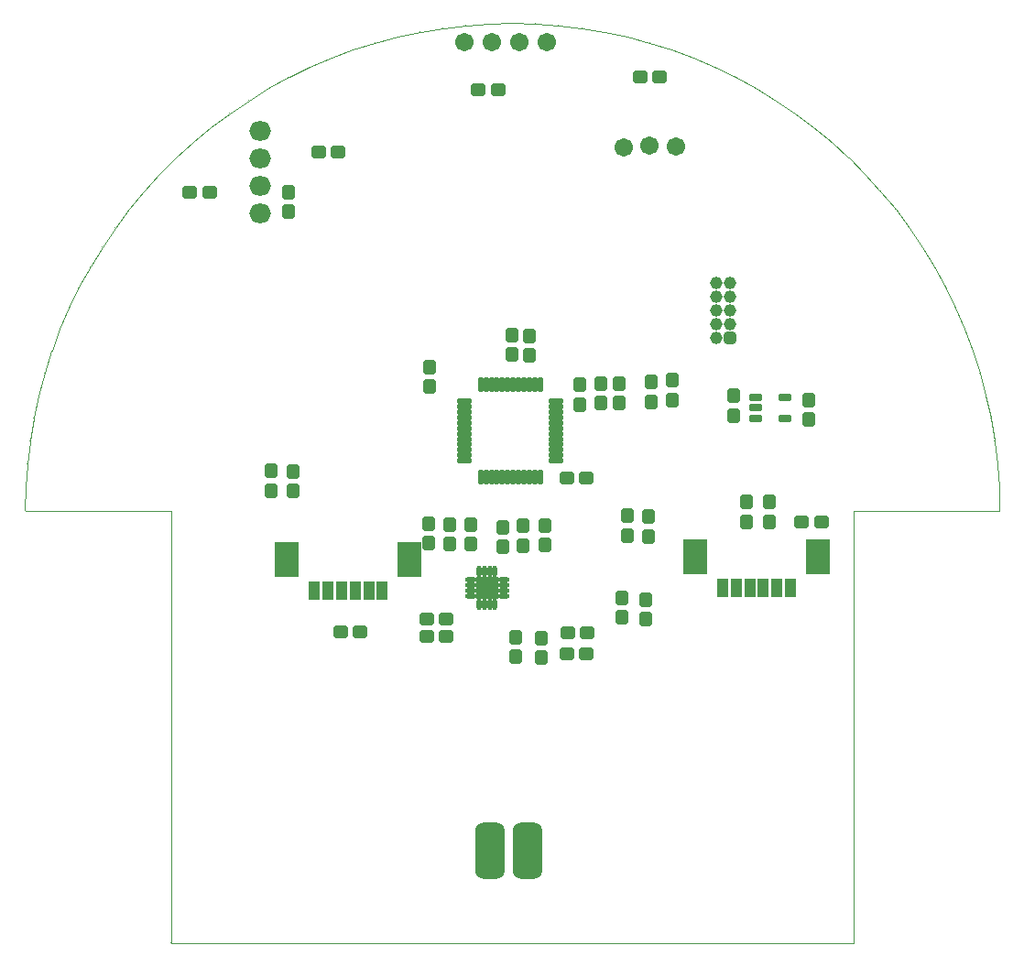
<source format=gts>
%FSLAX25Y25*%
%MOIN*%
G70*
G01*
G75*
G04 Layer_Color=8388736*
%ADD10R,0.03189X0.06299*%
%ADD11R,0.08268X0.11811*%
G04:AMPARAMS|DCode=12|XSize=98.43mil|YSize=196.85mil|CornerRadius=24.61mil|HoleSize=0mil|Usage=FLASHONLY|Rotation=180.000|XOffset=0mil|YOffset=0mil|HoleType=Round|Shape=RoundedRectangle|*
%AMROUNDEDRECTD12*
21,1,0.09843,0.14764,0,0,180.0*
21,1,0.04921,0.19685,0,0,180.0*
1,1,0.04921,-0.02461,0.07382*
1,1,0.04921,0.02461,0.07382*
1,1,0.04921,0.02461,-0.07382*
1,1,0.04921,-0.02461,-0.07382*
%
%ADD12ROUNDEDRECTD12*%
%ADD13C,0.05906*%
%ADD14R,0.07087X0.07087*%
%ADD15O,0.00984X0.03543*%
%ADD16O,0.03543X0.00984*%
G04:AMPARAMS|DCode=17|XSize=11.81mil|YSize=47.24mil|CornerRadius=2.95mil|HoleSize=0mil|Usage=FLASHONLY|Rotation=180.000|XOffset=0mil|YOffset=0mil|HoleType=Round|Shape=RoundedRectangle|*
%AMROUNDEDRECTD17*
21,1,0.01181,0.04134,0,0,180.0*
21,1,0.00591,0.04724,0,0,180.0*
1,1,0.00591,-0.00295,0.02067*
1,1,0.00591,0.00295,0.02067*
1,1,0.00591,0.00295,-0.02067*
1,1,0.00591,-0.00295,-0.02067*
%
%ADD17ROUNDEDRECTD17*%
G04:AMPARAMS|DCode=18|XSize=11.81mil|YSize=47.24mil|CornerRadius=2.95mil|HoleSize=0mil|Usage=FLASHONLY|Rotation=90.000|XOffset=0mil|YOffset=0mil|HoleType=Round|Shape=RoundedRectangle|*
%AMROUNDEDRECTD18*
21,1,0.01181,0.04134,0,0,90.0*
21,1,0.00591,0.04724,0,0,90.0*
1,1,0.00591,0.02067,0.00295*
1,1,0.00591,0.02067,-0.00295*
1,1,0.00591,-0.02067,-0.00295*
1,1,0.00591,-0.02067,0.00295*
%
%ADD18ROUNDEDRECTD18*%
G04:AMPARAMS|DCode=19|XSize=41.34mil|YSize=47.24mil|CornerRadius=10.34mil|HoleSize=0mil|Usage=FLASHONLY|Rotation=180.000|XOffset=0mil|YOffset=0mil|HoleType=Round|Shape=RoundedRectangle|*
%AMROUNDEDRECTD19*
21,1,0.04134,0.02658,0,0,180.0*
21,1,0.02067,0.04724,0,0,180.0*
1,1,0.02067,-0.01034,0.01329*
1,1,0.02067,0.01034,0.01329*
1,1,0.02067,0.01034,-0.01329*
1,1,0.02067,-0.01034,-0.01329*
%
%ADD19ROUNDEDRECTD19*%
G04:AMPARAMS|DCode=20|XSize=41.34mil|YSize=47.24mil|CornerRadius=10.34mil|HoleSize=0mil|Usage=FLASHONLY|Rotation=270.000|XOffset=0mil|YOffset=0mil|HoleType=Round|Shape=RoundedRectangle|*
%AMROUNDEDRECTD20*
21,1,0.04134,0.02658,0,0,270.0*
21,1,0.02067,0.04724,0,0,270.0*
1,1,0.02067,-0.01329,-0.01034*
1,1,0.02067,-0.01329,0.01034*
1,1,0.02067,0.01329,0.01034*
1,1,0.02067,0.01329,-0.01034*
%
%ADD20ROUNDEDRECTD20*%
G04:AMPARAMS|DCode=21|XSize=21.65mil|YSize=39.37mil|CornerRadius=5.41mil|HoleSize=0mil|Usage=FLASHONLY|Rotation=270.000|XOffset=0mil|YOffset=0mil|HoleType=Round|Shape=RoundedRectangle|*
%AMROUNDEDRECTD21*
21,1,0.02165,0.02854,0,0,270.0*
21,1,0.01083,0.03937,0,0,270.0*
1,1,0.01083,-0.01427,-0.00541*
1,1,0.01083,-0.01427,0.00541*
1,1,0.01083,0.01427,0.00541*
1,1,0.01083,0.01427,-0.00541*
%
%ADD21ROUNDEDRECTD21*%
%ADD22C,0.01575*%
%ADD23C,0.00787*%
%ADD24C,0.00394*%
%ADD25C,0.00394*%
%ADD26O,0.07087X0.06299*%
G04:AMPARAMS|DCode=27|XSize=37.4mil|YSize=37.4mil|CornerRadius=9.35mil|HoleSize=0mil|Usage=FLASHONLY|Rotation=90.000|XOffset=0mil|YOffset=0mil|HoleType=Round|Shape=RoundedRectangle|*
%AMROUNDEDRECTD27*
21,1,0.03740,0.01870,0,0,90.0*
21,1,0.01870,0.03740,0,0,90.0*
1,1,0.01870,0.00935,0.00935*
1,1,0.01870,0.00935,-0.00935*
1,1,0.01870,-0.00935,-0.00935*
1,1,0.01870,-0.00935,0.00935*
%
%ADD27ROUNDEDRECTD27*%
%ADD28C,0.03740*%
%ADD29C,0.01969*%
%ADD30C,0.03937*%
%ADD31C,0.00984*%
%ADD32C,0.01000*%
%ADD33R,0.03989X0.07099*%
%ADD34R,0.09068X0.12611*%
G04:AMPARAMS|DCode=35|XSize=106.42mil|YSize=204.85mil|CornerRadius=28.61mil|HoleSize=0mil|Usage=FLASHONLY|Rotation=180.000|XOffset=0mil|YOffset=0mil|HoleType=Round|Shape=RoundedRectangle|*
%AMROUNDEDRECTD35*
21,1,0.10642,0.14764,0,0,180.0*
21,1,0.04921,0.20485,0,0,180.0*
1,1,0.05721,-0.02461,0.07382*
1,1,0.05721,0.02461,0.07382*
1,1,0.05721,0.02461,-0.07382*
1,1,0.05721,-0.02461,-0.07382*
%
%ADD35ROUNDEDRECTD35*%
%ADD36C,0.06706*%
%ADD37R,0.07887X0.07887*%
%ADD38O,0.01784X0.04343*%
%ADD39O,0.04343X0.01784*%
G04:AMPARAMS|DCode=40|XSize=19.81mil|YSize=55.24mil|CornerRadius=6.95mil|HoleSize=0mil|Usage=FLASHONLY|Rotation=180.000|XOffset=0mil|YOffset=0mil|HoleType=Round|Shape=RoundedRectangle|*
%AMROUNDEDRECTD40*
21,1,0.01981,0.04134,0,0,180.0*
21,1,0.00591,0.05524,0,0,180.0*
1,1,0.01391,-0.00295,0.02067*
1,1,0.01391,0.00295,0.02067*
1,1,0.01391,0.00295,-0.02067*
1,1,0.01391,-0.00295,-0.02067*
%
%ADD40ROUNDEDRECTD40*%
G04:AMPARAMS|DCode=41|XSize=19.81mil|YSize=55.24mil|CornerRadius=6.95mil|HoleSize=0mil|Usage=FLASHONLY|Rotation=90.000|XOffset=0mil|YOffset=0mil|HoleType=Round|Shape=RoundedRectangle|*
%AMROUNDEDRECTD41*
21,1,0.01981,0.04134,0,0,90.0*
21,1,0.00591,0.05524,0,0,90.0*
1,1,0.01391,0.02067,0.00295*
1,1,0.01391,0.02067,-0.00295*
1,1,0.01391,-0.02067,-0.00295*
1,1,0.01391,-0.02067,0.00295*
%
%ADD41ROUNDEDRECTD41*%
G04:AMPARAMS|DCode=42|XSize=49.34mil|YSize=55.24mil|CornerRadius=14.34mil|HoleSize=0mil|Usage=FLASHONLY|Rotation=180.000|XOffset=0mil|YOffset=0mil|HoleType=Round|Shape=RoundedRectangle|*
%AMROUNDEDRECTD42*
21,1,0.04934,0.02658,0,0,180.0*
21,1,0.02067,0.05524,0,0,180.0*
1,1,0.02867,-0.01034,0.01329*
1,1,0.02867,0.01034,0.01329*
1,1,0.02867,0.01034,-0.01329*
1,1,0.02867,-0.01034,-0.01329*
%
%ADD42ROUNDEDRECTD42*%
G04:AMPARAMS|DCode=43|XSize=49.34mil|YSize=55.24mil|CornerRadius=14.34mil|HoleSize=0mil|Usage=FLASHONLY|Rotation=270.000|XOffset=0mil|YOffset=0mil|HoleType=Round|Shape=RoundedRectangle|*
%AMROUNDEDRECTD43*
21,1,0.04934,0.02658,0,0,270.0*
21,1,0.02067,0.05524,0,0,270.0*
1,1,0.02867,-0.01329,-0.01034*
1,1,0.02867,-0.01329,0.01034*
1,1,0.02867,0.01329,0.01034*
1,1,0.02867,0.01329,-0.01034*
%
%ADD43ROUNDEDRECTD43*%
G04:AMPARAMS|DCode=44|XSize=29.65mil|YSize=47.37mil|CornerRadius=9.41mil|HoleSize=0mil|Usage=FLASHONLY|Rotation=270.000|XOffset=0mil|YOffset=0mil|HoleType=Round|Shape=RoundedRectangle|*
%AMROUNDEDRECTD44*
21,1,0.02965,0.02854,0,0,270.0*
21,1,0.01083,0.04737,0,0,270.0*
1,1,0.01883,-0.01427,-0.00541*
1,1,0.01883,-0.01427,0.00541*
1,1,0.01883,0.01427,0.00541*
1,1,0.01883,0.01427,-0.00541*
%
%ADD44ROUNDEDRECTD44*%
%ADD45O,0.07887X0.07099*%
G04:AMPARAMS|DCode=46|XSize=45.4mil|YSize=45.4mil|CornerRadius=13.35mil|HoleSize=0mil|Usage=FLASHONLY|Rotation=90.000|XOffset=0mil|YOffset=0mil|HoleType=Round|Shape=RoundedRectangle|*
%AMROUNDEDRECTD46*
21,1,0.04540,0.01870,0,0,90.0*
21,1,0.01870,0.04540,0,0,90.0*
1,1,0.02670,0.00935,0.00935*
1,1,0.02670,0.00935,-0.00935*
1,1,0.02670,-0.00935,-0.00935*
1,1,0.02670,-0.00935,0.00935*
%
%ADD46ROUNDEDRECTD46*%
%ADD47C,0.04540*%
%ADD48C,0.02769*%
D24*
X95893Y306684D02*
G03*
X95885Y306690I-110J-163D01*
G01*
X95894Y306684D02*
G03*
X95885Y306690I-111J-162D01*
G01*
X88685Y311078D02*
G03*
X88677Y311083I-103J-168D01*
G01*
X102884Y301953D02*
G03*
X102876Y301958I-118J-158D01*
G01*
X102884Y301953D02*
G03*
X102875Y301959I-118J-158D01*
G01*
X81269Y315128D02*
G03*
X81267Y315129I-87J-177D01*
G01*
X81276Y315124D02*
G03*
X81269Y315128I-94J-173D01*
G01*
X81276Y315124D02*
G03*
X81268Y315128I-94J-173D01*
G01*
X73682Y318813D02*
G03*
X73675Y318817I-85J-178D01*
G01*
X73684Y318812D02*
G03*
X73682Y318813I-87J-177D01*
G01*
X73683Y318813D02*
G03*
X73675Y318817I-86J-177D01*
G01*
X88685Y311078D02*
G03*
X88677Y311083I-103J-168D01*
G01*
X122397Y285840D02*
G03*
X122390Y285847I-139J-139D01*
G01*
X128366Y279872D02*
G03*
X128360Y279878I-145J-133D01*
G01*
X128367Y279870D02*
G03*
X128366Y279872I-146J-132D01*
G01*
X122391Y285846D02*
G03*
X122390Y285847I-133J-145D01*
G01*
X122397Y285840D02*
G03*
X122391Y285846I-139J-139D01*
G01*
X134045Y273624D02*
G03*
X134038Y273631I-152J-125D01*
G01*
X128366Y279871D02*
G03*
X128360Y279878I-146J-132D01*
G01*
X109642Y296894D02*
G03*
X109634Y296899I-125J-152D01*
G01*
X109642Y296894D02*
G03*
X109634Y296899I-125J-152D01*
G01*
X116150Y291519D02*
G03*
X116144Y291525I-132J-146D01*
G01*
X116152Y291518D02*
G03*
X116150Y291519I-133J-145D01*
G01*
X116151Y291519D02*
G03*
X116144Y291525I-132J-146D01*
G01*
X25247Y333036D02*
G03*
X25236Y333038I-34J-194D01*
G01*
X25246Y333037D02*
G03*
X25236Y333038I-33J-194D01*
G01*
X16864Y334039D02*
G03*
X16855Y334040I-23J-196D01*
G01*
X33570Y331637D02*
G03*
X33561Y331638I-42J-192D01*
G01*
X33571Y331637D02*
G03*
X33570Y331637I-42J-192D01*
G01*
X33571Y331637D02*
G03*
X33560Y331639I-42J-192D01*
G01*
X8444Y334641D02*
G03*
X8433Y334642I-14J-196D01*
G01*
X8444Y334641D02*
G03*
X8434Y334642I-14J-196D01*
G01*
X6Y334842D02*
G03*
X-5Y334843I-6J-197D01*
G01*
X16864Y334039D02*
G03*
X16855Y334040I-23J-196D01*
G01*
X58013Y325086D02*
G03*
X58005Y325089I-68J-185D01*
G01*
X58015Y325086D02*
G03*
X58013Y325086I-69J-184D01*
G01*
X65923Y322136D02*
G03*
X65914Y322140I-78J-181D01*
G01*
X58014Y325086D02*
G03*
X58005Y325089I-69J-184D01*
G01*
X65915Y322139D02*
G03*
X65914Y322140I-69J-184D01*
G01*
X65923Y322136D02*
G03*
X65915Y322139I-78J-181D01*
G01*
X41819Y329842D02*
G03*
X41810Y329844I-51J-190D01*
G01*
X41820Y329842D02*
G03*
X41819Y329842I-51J-190D01*
G01*
X41819Y329842D02*
G03*
X41810Y329844I-51J-190D01*
G01*
X49973Y327657D02*
G03*
X49964Y327660I-60J-188D01*
G01*
X49964Y327659D02*
G03*
X49964Y327660I-51J-190D01*
G01*
X49973Y327657D02*
G03*
X49964Y327659I-60J-188D01*
G01*
X172364Y199291D02*
G03*
X172362Y199300I-192J-42D01*
G01*
X172364Y199290D02*
G03*
X172364Y199291I-192J-42D01*
G01*
X170179Y207445D02*
G03*
X170176Y207454I-190J-51D01*
G01*
X170179Y207444D02*
G03*
X170179Y207445I-190J-51D01*
G01*
X172362Y199299D02*
G03*
X172362Y199300I-190J-51D01*
G01*
X172364Y199291D02*
G03*
X172362Y199299I-192J-42D01*
G01*
X174158Y191041D02*
G03*
X174156Y191051I-194J-32D01*
G01*
X174158Y191042D02*
G03*
X174156Y191051I-194J-33D01*
G01*
X167609Y215485D02*
G03*
X167606Y215494I-188J-60D01*
G01*
X167606Y215494D02*
G03*
X167606Y215495I-185J-68D01*
G01*
X167609Y215485D02*
G03*
X167606Y215494I-188J-60D01*
G01*
X164659Y223395D02*
G03*
X164656Y223404I-184J-69D01*
G01*
X164659Y223394D02*
G03*
X164659Y223395I-185J-68D01*
G01*
X170179Y207445D02*
G03*
X170176Y207454I-190J-51D01*
G01*
X177162Y165914D02*
G03*
X177161Y165924I-197J-3D01*
G01*
X177162Y165910D02*
G03*
X177162Y165914I-197J0D01*
G01*
X176560Y174335D02*
G03*
X176559Y174344I-196J-14D01*
G01*
X177162Y165915D02*
G03*
X177161Y165924I-197J-5D01*
G01*
X177362Y157480D02*
G03*
X177362Y157485I-197J0D01*
G01*
X177362Y157480D02*
G03*
X177362Y157486I-197J0D01*
G01*
X177165Y157283D02*
G03*
X177362Y157480I0J197D01*
G01*
X177165Y157283D02*
G03*
X177362Y157480I0J197D01*
G01*
X175558Y182717D02*
G03*
X175556Y182726I-196J-23D01*
G01*
X176560Y174335D02*
G03*
X176559Y174344I-196J-14D01*
G01*
X175558Y182717D02*
G03*
X175556Y182727I-196J-23D01*
G01*
X149209Y253366D02*
G03*
X149203Y253375I-168J-103D01*
G01*
X149209Y253366D02*
G03*
X149204Y253374I-168J-103D01*
G01*
X144478Y260356D02*
G03*
X144472Y260364I-164J-109D01*
G01*
X153603Y246157D02*
G03*
X153598Y246165I-173J-94D01*
G01*
X153603Y246157D02*
G03*
X153598Y246165I-173J-94D01*
G01*
X139419Y267115D02*
G03*
X139413Y267122I-158J-118D01*
G01*
X139419Y267115D02*
G03*
X139413Y267122I-158J-118D01*
G01*
X134039Y273631D02*
G03*
X134038Y273632I-146J-132D01*
G01*
X134045Y273624D02*
G03*
X134039Y273631I-152J-125D01*
G01*
X144478Y260357D02*
G03*
X144472Y260364I-163J-110D01*
G01*
X161333Y231163D02*
G03*
X161332Y231164I-178J-85D01*
G01*
X161336Y231155D02*
G03*
X161333Y231163I-181J-78D01*
G01*
X161336Y231155D02*
G03*
X161332Y231164I-181J-78D01*
G01*
X157648Y238749D02*
G03*
X157644Y238757I-177J-87D01*
G01*
X157648Y238747D02*
G03*
X157648Y238749I-178J-85D01*
G01*
X164659Y223395D02*
G03*
X164656Y223404I-184J-69D01*
G01*
X157648Y238748D02*
G03*
X157644Y238757I-177J-86D01*
G01*
X124016Y-197D02*
G03*
X124213Y0I0J197D01*
G01*
X124016Y-197D02*
G03*
X124213Y0I0J197D01*
G01*
X5Y334843D02*
G03*
X-6Y334842I-5J-197D01*
G01*
X-8433Y334642D02*
G03*
X-8444Y334641I3J-197D01*
G01*
X-8435Y334642D02*
G03*
X-8444Y334641I5J-197D01*
G01*
X-16855Y334040D02*
G03*
X-16864Y334039I14J-196D01*
G01*
X-16855Y334040D02*
G03*
X-16864Y334039I14J-196D01*
G01*
X-25237Y333038D02*
G03*
X-25246Y333037I23J-196D01*
G01*
X-25237Y333038D02*
G03*
X-25247Y333036I23J-196D01*
G01*
X-33560Y331639D02*
G03*
X-33571Y331637I32J-194D01*
G01*
X-33562Y331638D02*
G03*
X-33571Y331637I33J-194D01*
G01*
X-41810Y329844D02*
G03*
X-41819Y329842I42J-192D01*
G01*
X-41819Y329842D02*
G03*
X-41820Y329842I51J-190D01*
G01*
X-41810Y329844D02*
G03*
X-41819Y329842I42J-192D01*
G01*
X-49965Y327659D02*
G03*
X-49973Y327657I51J-190D01*
G01*
X-49964Y327660D02*
G03*
X-49965Y327659I51J-190D01*
G01*
X-49964Y327660D02*
G03*
X-49973Y327657I51J-190D01*
G01*
X-58005Y325089D02*
G03*
X-58014Y325086I60J-188D01*
G01*
X-58013Y325086D02*
G03*
X-58015Y325086I68J-185D01*
G01*
X-58005Y325089D02*
G03*
X-58013Y325086I60J-188D01*
G01*
X-65915Y322139D02*
G03*
X-65923Y322136I69J-184D01*
G01*
X-65914Y322140D02*
G03*
X-65915Y322139I68J-185D01*
G01*
X-65915Y322139D02*
G03*
X-65923Y322136I69J-184D01*
G01*
X-73675Y318817D02*
G03*
X-73683Y318813I78J-181D01*
G01*
X-73682Y318813D02*
G03*
X-73684Y318812I85J-178D01*
G01*
X-73675Y318817D02*
G03*
X-73682Y318813I78J-181D01*
G01*
X-81269Y315128D02*
G03*
X-81276Y315124I87J-177D01*
G01*
X-81267Y315129D02*
G03*
X-81269Y315128I85J-178D01*
G01*
X-81268Y315128D02*
G03*
X-81276Y315124I86J-177D01*
G01*
X-88677Y311083D02*
G03*
X-88685Y311078I94J-173D01*
G01*
X-88677Y311083D02*
G03*
X-88685Y311078I94J-173D01*
G01*
X-95885Y306689D02*
G03*
X-95893Y306684I103J-168D01*
G01*
X-95885Y306689D02*
G03*
X-95894Y306684I103J-168D01*
G01*
X-102875Y301959D02*
G03*
X-102884Y301953I109J-164D01*
G01*
X-102876Y301958D02*
G03*
X-102884Y301953I110J-163D01*
G01*
X-109634Y296899D02*
G03*
X-109642Y296894I118J-158D01*
G01*
X-109634Y296899D02*
G03*
X-109642Y296894I118J-158D01*
G01*
X-116144Y291525D02*
G03*
X-116151Y291519I125J-152D01*
G01*
X-116150Y291519D02*
G03*
X-116152Y291518I132J-146D01*
G01*
X-116144Y291525D02*
G03*
X-116150Y291519I125J-152D01*
G01*
X-122391Y285846D02*
G03*
X-122397Y285840I133J-145D01*
G01*
X-122390Y285847D02*
G03*
X-122391Y285846I132J-146D01*
G01*
X-122391Y285847D02*
G03*
X-122397Y285840I132J-146D01*
G01*
X-128360Y279878D02*
G03*
X-128366Y279871I139J-139D01*
G01*
X-128366Y279872D02*
G03*
X-128367Y279870I145J-133D01*
G01*
X-128360Y279878D02*
G03*
X-128366Y279872I139J-139D01*
G01*
X-134039Y273631D02*
G03*
X-134045Y273624I146J-132D01*
G01*
X-134038Y273632D02*
G03*
X-134039Y273631I145J-133D01*
G01*
X-134038Y273631D02*
G03*
X-134045Y273624I146J-132D01*
G01*
X-139413Y267122D02*
G03*
X-139419Y267115I152J-125D01*
G01*
X-139413Y267122D02*
G03*
X-139419Y267115I152J-125D01*
G01*
X-144472Y260364D02*
G03*
X-144478Y260357I158J-118D01*
G01*
X-144472Y260364D02*
G03*
X-144478Y260356I158J-118D01*
G01*
X-149203Y253375D02*
G03*
X-149209Y253366I162J-111D01*
G01*
X-149204Y253374D02*
G03*
X-149209Y253366I163J-110D01*
G01*
X-153598Y246165D02*
G03*
X-153603Y246157I168J-103D01*
G01*
X-153598Y246165D02*
G03*
X-153603Y246157I168J-103D01*
G01*
X-124213Y-0D02*
G03*
X-124016Y-197I197J0D01*
G01*
X-124213Y-0D02*
G03*
X-124016Y-197I197J0D01*
G01*
X-157644Y238756D02*
G03*
X-157648Y238748I173J-94D01*
G01*
X-157648Y238749D02*
G03*
X-157649Y238747I177J-87D01*
G01*
X-157644Y238756D02*
G03*
X-157648Y238749I173J-94D01*
G01*
X-161333Y231163D02*
G03*
X-161336Y231155I178J-85D01*
G01*
X-161332Y231164D02*
G03*
X-161333Y231163I177J-87D01*
G01*
X-161332Y231164D02*
G03*
X-161336Y231155I177J-86D01*
G01*
X-164656Y223404D02*
G03*
X-164659Y223395I181J-78D01*
G01*
X-164659Y223395D02*
G03*
X-164659Y223394I184J-69D01*
G01*
X-164656Y223404D02*
G03*
X-164659Y223395I181J-78D01*
G01*
X-167606Y215494D02*
G03*
X-167609Y215485I185J-68D01*
G01*
X-167606Y215495D02*
G03*
X-167606Y215494I184J-69D01*
G01*
X-167606Y215494D02*
G03*
X-167609Y215485I184J-69D01*
G01*
X-170177Y207453D02*
G03*
X-170179Y207445I188J-60D01*
G01*
X-170179Y207445D02*
G03*
X-170179Y207444I190J-51D01*
G01*
X-170177Y207453D02*
G03*
X-170179Y207445I188J-60D01*
G01*
X-172362Y199299D02*
G03*
X-172364Y199291I190J-51D01*
G01*
X-172362Y199300D02*
G03*
X-172362Y199299I190J-51D01*
G01*
X-172364Y199291D02*
G03*
X-172364Y199290I192J-42D01*
G01*
X-172362Y199300D02*
G03*
X-172364Y199291I190J-51D01*
G01*
X-174156Y191051D02*
G03*
X-174158Y191042I192J-42D01*
G01*
X-174156Y191051D02*
G03*
X-174158Y191041I192J-42D01*
G01*
X-175556Y182727D02*
G03*
X-175558Y182717I194J-34D01*
G01*
X-175556Y182726D02*
G03*
X-175558Y182717I194J-33D01*
G01*
X-176559Y174344D02*
G03*
X-176560Y174335I196J-23D01*
G01*
X-176559Y174344D02*
G03*
X-176560Y174335I196J-23D01*
G01*
X-177161Y165924D02*
G03*
X-177162Y165915I196J-14D01*
G01*
X-177161Y165924D02*
G03*
X-177162Y165914I196J-14D01*
G01*
X-177362Y157485D02*
G03*
X-177165Y157283I197J-5D01*
G01*
X-177362Y157486D02*
G03*
X-177165Y157283I197J-6D01*
G01*
X88685Y311078D02*
X95885Y306690D01*
X102884Y301953D02*
X109634Y296899D01*
X102875Y301959D02*
X102876Y301958D01*
X95894Y306684D02*
X102875Y301959D01*
X95893Y306684D02*
X95894Y306684D01*
X81268Y315128D02*
X81269Y315128D01*
X81267Y315129D02*
X81268Y315128D01*
X73684Y318812D02*
X81267Y315129D01*
X73683Y318813D02*
X73684Y318812D01*
X73682Y318813D02*
X73683Y318813D01*
X81276Y315124D02*
X88677Y311083D01*
X122397Y285840D02*
X128360Y279878D01*
X122390Y285847D02*
X122391Y285846D01*
X122390Y285847D02*
X122390Y285847D01*
X116152Y291518D02*
X122390Y285847D01*
X116151Y291519D02*
X116152Y291518D01*
X116150Y291519D02*
X116151Y291519D01*
X128366Y279872D02*
X128366Y279871D01*
X128367Y279870D01*
X134038Y273632D01*
X134038Y273631D01*
X134039Y273631D01*
X109642Y296894D02*
X116144Y291525D01*
X16864Y334039D02*
X25236Y333038D01*
X41810Y329844D02*
X41810Y329844D01*
X41810Y329844D02*
X41810Y329844D01*
X33571Y331637D02*
X41810Y329844D01*
X33571Y331637D02*
X33571Y331637D01*
X33570Y331637D02*
X33571Y331637D01*
X33560Y331639D02*
X33561Y331638D01*
X25247Y333036D02*
X33560Y331639D01*
X25246Y333037D02*
X25247Y333036D01*
X8433Y334642D02*
X8434Y334642D01*
X6Y334842D02*
X8433Y334642D01*
X5Y334843D02*
X6Y334842D01*
X8444Y334641D02*
X16855Y334040D01*
X65914Y322140D02*
X65915Y322139D01*
X65914Y322140D02*
X65914Y322140D01*
X58015Y325086D02*
X65914Y322140D01*
X58014Y325086D02*
X58015Y325086D01*
X58013Y325086D02*
X58014Y325086D01*
X49973Y327657D02*
X58005Y325089D01*
X65923Y322136D02*
X73675Y318817D01*
X49964Y327660D02*
X49964Y327659D01*
X49964Y327660D02*
X49964Y327660D01*
X41820Y329842D02*
X49964Y327660D01*
X41819Y329842D02*
X41820Y329842D01*
X41819Y329842D02*
X41819Y329842D01*
X172364Y199291D02*
X172364Y199291D01*
X172364Y199290D01*
X174156Y191051D01*
X174156Y191051D01*
X174156Y191051D01*
X170179Y207445D02*
X170179Y207445D01*
X170179Y207444D01*
X172362Y199300D01*
X172362Y199300D01*
X172362Y199299D01*
X174158Y191042D02*
X174158Y191041D01*
X175556Y182727D01*
X175556Y182726D01*
X164659Y223395D02*
X164659Y223395D01*
X164659Y223394D01*
X167606Y215495D01*
X167606Y215494D01*
X167606Y215494D01*
X167609Y215485D02*
X170176Y207454D01*
X177162Y165915D02*
X177162Y165914D01*
X177362Y157486D01*
X177362Y157485D01*
X176560Y174335D02*
X177161Y165924D01*
X175558Y182717D02*
X176559Y174344D01*
X124213Y157283D02*
X177165Y157283D01*
X144478Y260357D02*
X144478Y260356D01*
X149203Y253375D01*
X149204Y253374D01*
X149209Y253366D02*
X153598Y246165D01*
X134045Y273624D02*
X139413Y267122D01*
X139419Y267115D02*
X144472Y260364D01*
X157648Y238749D02*
X157648Y238748D01*
X157648Y238747D01*
X161332Y231164D01*
X161332Y231164D01*
X161333Y231163D01*
X161336Y231155D02*
X164656Y223404D01*
X153603Y246157D02*
X157644Y238757D01*
X124213Y0D02*
Y157283D01*
X-6Y334842D02*
X-5Y334843D01*
X-8433Y334642D02*
X-6Y334842D01*
X-8435Y334642D02*
X-8433Y334642D01*
X-16855Y334040D02*
X-8444Y334641D01*
X-25237Y333038D02*
X-16864Y334039D01*
X-25247Y333036D02*
X-25246Y333037D01*
X-33560Y331639D02*
X-25247Y333036D01*
X-33562Y331638D02*
X-33560Y331639D01*
X-41810Y329844D02*
X-33571Y331637D01*
X-41819Y329842D02*
X-41819Y329842D01*
X-41820Y329842D02*
X-41819Y329842D01*
X-49964Y327660D02*
X-41820Y329842D01*
X-49964Y327660D02*
X-49964Y327660D01*
X-49965Y327659D02*
X-49964Y327660D01*
X-58005Y325089D02*
X-49973Y327657D01*
X-58014Y325086D02*
X-58013Y325086D01*
X-58015Y325086D02*
X-58014Y325086D01*
X-65914Y322140D02*
X-58015Y325086D01*
X-65915Y322139D02*
X-65914Y322140D01*
X-65915Y322139D02*
X-65915Y322139D01*
X-73675Y318817D02*
X-65923Y322136D01*
X-73683Y318813D02*
X-73682Y318813D01*
X-73684Y318812D02*
X-73683Y318813D01*
X-81267Y315129D02*
X-73684Y318812D01*
X-81268Y315128D02*
X-81267Y315129D01*
X-81269Y315128D02*
X-81268Y315128D01*
X-88677Y311083D02*
X-81276Y315124D01*
X-95885Y306689D02*
X-88685Y311078D01*
X-95894Y306684D02*
X-95893Y306684D01*
X-102875Y301959D02*
X-95894Y306684D01*
X-102876Y301958D02*
X-102875Y301959D01*
X-109634Y296899D02*
X-102884Y301953D01*
X-116144Y291525D02*
X-109642Y296894D01*
X-116151Y291519D02*
X-116150Y291519D01*
X-116152Y291518D02*
X-116151Y291519D01*
X-122390Y285847D02*
X-116152Y291518D01*
X-122391Y285847D02*
X-122390Y285847D01*
X-122391Y285846D02*
X-122391Y285847D01*
X-128360Y279878D02*
X-122397Y285840D01*
X-128366Y279871D02*
X-128366Y279872D01*
X-128367Y279870D02*
X-128366Y279871D01*
X-134038Y273632D02*
X-128367Y279870D01*
X-134038Y273631D02*
X-134038Y273632D01*
X-134039Y273631D02*
X-134038Y273631D01*
X-139413Y267122D02*
X-134045Y273624D01*
X-144472Y260364D02*
X-139419Y267115D01*
X-144478Y260356D02*
X-144478Y260357D01*
X-149203Y253375D02*
X-144478Y260356D01*
X-149204Y253374D02*
X-149203Y253375D01*
X-153598Y246165D02*
X-149209Y253366D01*
X-124016Y-197D02*
X124016Y-197D01*
X-124213Y-0D02*
Y157283D01*
X-157644Y238756D02*
X-153603Y246157D01*
X-157648Y238748D02*
X-157648Y238749D01*
X-157649Y238747D02*
X-157648Y238748D01*
X-161332Y231164D02*
X-157649Y238747D01*
X-161332Y231164D02*
X-161332Y231164D01*
X-161333Y231163D02*
X-161332Y231164D01*
X-177165Y157283D02*
X-124213Y157283D01*
X-164656Y223404D02*
X-161336Y231155D01*
X-164659Y223395D02*
X-164659Y223395D01*
X-164659Y223394D02*
X-164659Y223395D01*
X-167606Y215495D02*
X-164659Y223394D01*
X-167606Y215494D02*
X-167606Y215495D01*
X-167606Y215494D02*
X-167606Y215494D01*
X-170177Y207453D02*
X-167609Y215485D01*
X-170179Y207445D02*
X-170179Y207445D01*
X-170179Y207444D02*
X-170179Y207445D01*
X-172362Y199300D02*
X-170179Y207444D01*
X-172362Y199300D02*
X-172362Y199300D01*
X-172362Y199299D02*
X-172362Y199300D01*
X-172364Y199291D02*
X-172364Y199291D01*
X-172364Y199290D02*
X-172364Y199291D01*
X-174156Y191051D02*
X-172364Y199290D01*
X-174156Y191051D02*
X-174156Y191051D01*
X-174156Y191051D02*
X-174156Y191051D01*
X-174158Y191041D02*
X-174158Y191042D01*
X-175556Y182727D02*
X-174158Y191041D01*
X-175556Y182726D02*
X-175556Y182727D01*
X-176559Y174344D02*
X-175558Y182717D01*
X-177161Y165924D02*
X-176560Y174335D01*
X-177162Y165914D02*
X-177162Y165915D01*
X-177362Y157486D02*
X-177162Y165914D01*
X-177362Y157485D02*
X-177362Y157486D01*
D25*
X41810Y329844D02*
D03*
X174156Y191051D02*
D03*
X-174156Y191051D02*
D03*
D33*
X76575Y129252D02*
D03*
X81496D02*
D03*
X91339D02*
D03*
X101181D02*
D03*
X96260D02*
D03*
X86417D02*
D03*
X-71949Y128169D02*
D03*
X-67028D02*
D03*
X-57185D02*
D03*
X-47343D02*
D03*
X-52264D02*
D03*
X-62106D02*
D03*
D34*
X111221Y140669D02*
D03*
X66535D02*
D03*
X-37303Y139587D02*
D03*
X-81988D02*
D03*
D35*
X-8071Y33661D02*
D03*
X5709D02*
D03*
D36*
X59449Y289862D02*
D03*
X40551Y289469D02*
D03*
X49902Y290158D02*
D03*
X-6181Y33661D02*
D03*
X3819D02*
D03*
X-17461Y327854D02*
D03*
X-7461D02*
D03*
X2539D02*
D03*
X12539D02*
D03*
D37*
X-9252Y129232D02*
D03*
D38*
X-12205Y135236D02*
D03*
X-10236D02*
D03*
X-8268D02*
D03*
X-6299D02*
D03*
Y123228D02*
D03*
X-8268D02*
D03*
X-10236D02*
D03*
X-12205D02*
D03*
D39*
X-3248Y132185D02*
D03*
Y130217D02*
D03*
Y128248D02*
D03*
Y126279D02*
D03*
X-15256D02*
D03*
Y128248D02*
D03*
Y130217D02*
D03*
Y132185D02*
D03*
D40*
X-11516Y203051D02*
D03*
X-9547D02*
D03*
X-7579D02*
D03*
X-5610D02*
D03*
X-3642D02*
D03*
X295D02*
D03*
X2264D02*
D03*
X4232D02*
D03*
X6201D02*
D03*
X8169D02*
D03*
X10138D02*
D03*
Y169587D02*
D03*
X8169D02*
D03*
X6201D02*
D03*
X4232D02*
D03*
X2264D02*
D03*
X295D02*
D03*
X-1673D02*
D03*
X-3642D02*
D03*
X-5610D02*
D03*
X-7579D02*
D03*
X-9547D02*
D03*
X-11516D02*
D03*
X-1673Y203051D02*
D03*
D41*
X16043Y197146D02*
D03*
Y195177D02*
D03*
Y193209D02*
D03*
Y191240D02*
D03*
Y189272D02*
D03*
Y187303D02*
D03*
Y183366D02*
D03*
Y179429D02*
D03*
Y177461D02*
D03*
Y175492D02*
D03*
X-17421D02*
D03*
Y177461D02*
D03*
Y179429D02*
D03*
Y181398D02*
D03*
Y183366D02*
D03*
Y185335D02*
D03*
Y187303D02*
D03*
Y189272D02*
D03*
Y191240D02*
D03*
Y193209D02*
D03*
Y195177D02*
D03*
Y197146D02*
D03*
X16043Y185335D02*
D03*
Y181398D02*
D03*
D42*
X-81299Y266240D02*
D03*
Y273327D02*
D03*
X10433Y103937D02*
D03*
Y111024D02*
D03*
X39764Y118504D02*
D03*
Y125591D02*
D03*
X1378Y111221D02*
D03*
Y104134D02*
D03*
X48720Y125000D02*
D03*
Y117913D02*
D03*
X12008Y144783D02*
D03*
Y151870D02*
D03*
X3839Y151772D02*
D03*
Y144685D02*
D03*
X85236Y160433D02*
D03*
Y153347D02*
D03*
X-79626Y171653D02*
D03*
Y164567D02*
D03*
X93701Y160433D02*
D03*
Y153347D02*
D03*
X-87697Y171752D02*
D03*
Y164665D02*
D03*
X6299Y213779D02*
D03*
Y220866D02*
D03*
X-30315Y145472D02*
D03*
Y152559D02*
D03*
X-22835Y145177D02*
D03*
Y152264D02*
D03*
X-15059Y145079D02*
D03*
Y152165D02*
D03*
X-3543Y144291D02*
D03*
Y151378D02*
D03*
X49606Y148031D02*
D03*
Y155118D02*
D03*
X41831Y148327D02*
D03*
Y155413D02*
D03*
X0Y221161D02*
D03*
Y214075D02*
D03*
X107874Y190453D02*
D03*
Y197539D02*
D03*
X50394Y204134D02*
D03*
Y197047D02*
D03*
X80610Y199114D02*
D03*
Y192028D02*
D03*
X58169Y204724D02*
D03*
Y197638D02*
D03*
X32185Y203543D02*
D03*
Y196457D02*
D03*
X-30217Y202559D02*
D03*
Y209646D02*
D03*
X24705Y203051D02*
D03*
Y195965D02*
D03*
X38976Y203642D02*
D03*
Y196555D02*
D03*
D43*
X-5217Y310630D02*
D03*
X-12303D02*
D03*
X27165Y112894D02*
D03*
X20079D02*
D03*
X-70472Y287992D02*
D03*
X-63386D02*
D03*
X-110236Y273327D02*
D03*
X-117323D02*
D03*
X53543Y315256D02*
D03*
X46457D02*
D03*
X26870Y105118D02*
D03*
X19783D02*
D03*
X-24016Y118012D02*
D03*
X-31102D02*
D03*
X-24114Y111516D02*
D03*
X-31201D02*
D03*
X105315Y153347D02*
D03*
X112402D02*
D03*
X-62402Y113189D02*
D03*
X-55315D02*
D03*
X26969Y169193D02*
D03*
X19882D02*
D03*
D44*
X99311Y198524D02*
D03*
Y191043D02*
D03*
X88681D02*
D03*
Y194783D02*
D03*
Y198524D02*
D03*
D45*
X-91831Y295709D02*
D03*
Y285709D02*
D03*
Y265709D02*
D03*
Y275709D02*
D03*
D46*
X79173Y220315D02*
D03*
D47*
X74173D02*
D03*
X79173Y225315D02*
D03*
Y230315D02*
D03*
X74173Y225315D02*
D03*
Y230315D02*
D03*
X79173Y235315D02*
D03*
Y240315D02*
D03*
X74173Y235315D02*
D03*
Y240315D02*
D03*
D48*
X-7087Y127067D02*
D03*
X-11417D02*
D03*
X-7087Y131398D02*
D03*
X-11417D02*
D03*
M02*

</source>
